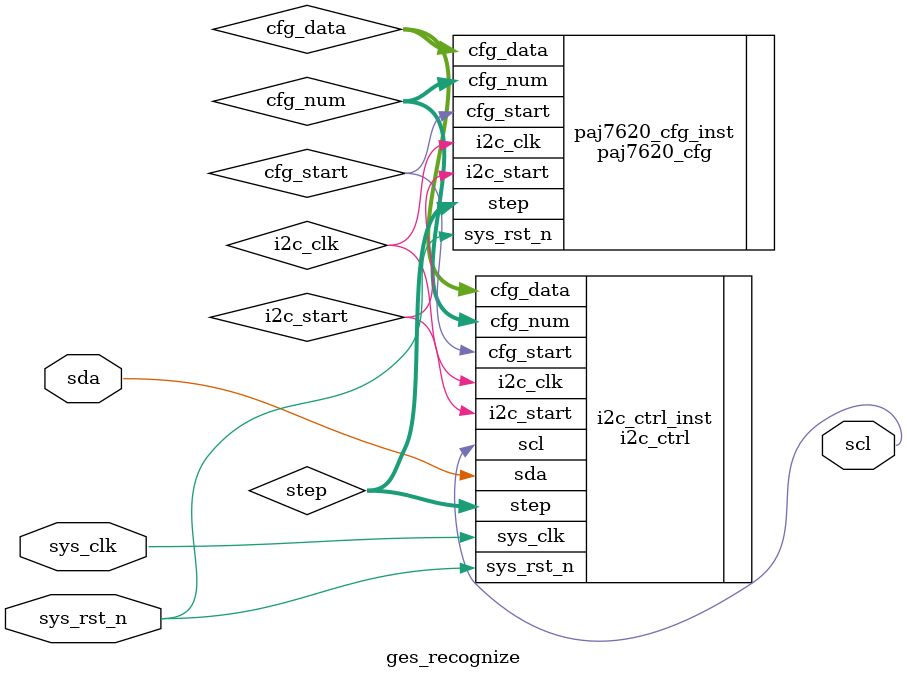
<source format=v>
module ges_recognize(
    input   wire sys_clk    ,
    input   wire sys_rst_n  ,
    
    output  wire scl        ,
    inout   wire sda
);
wire [2: 0]     step        ;
wire [5: 0]     cfg_num     ;
wire [15: 0]    cfg_data    ;
wire            cfg_start   ;
wire            i2c_clk     ;
wire            i2c_start   ;

paj7620_cfg paj7620_cfg_inst(
.i2c_clk        (i2c_clk    ),
.sys_rst_n      (sys_rst_n  ),
.cfg_start      (cfg_start  ),
.step           (step       ),

.cfg_num        (cfg_num    ),
.cfg_data       (cfg_data   ),
.i2c_start      (i2c_start  )
);
i2c_ctrl    i2c_ctrl_inst(
.sys_clk        (sys_clk    ),
.sys_rst_n      (sys_rst_n  ),
.i2c_start      (i2c_start  ),
.cfg_num        (cfg_num    ),
.cfg_data       (cfg_data   ),

.cfg_start      (cfg_start  ),
.step           (step       ),
.i2c_clk        (i2c_clk    ),
.scl            (scl        ),
.sda            (sda        )


);
endmodule
</source>
